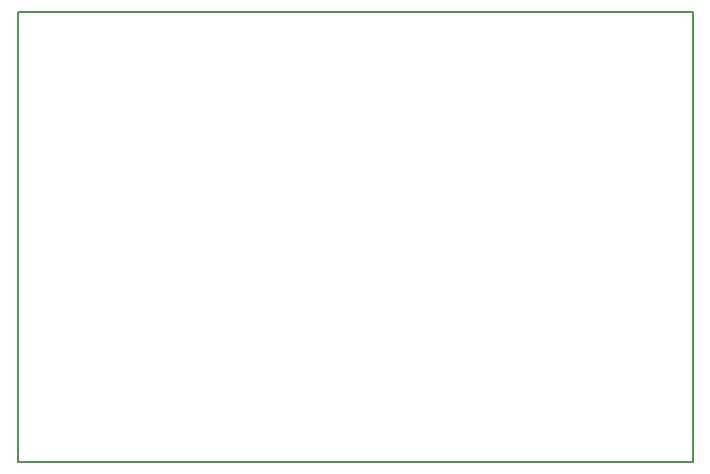
<source format=gbr>
G04 #@! TF.FileFunction,Profile,NP*
%FSLAX46Y46*%
G04 Gerber Fmt 4.6, Leading zero omitted, Abs format (unit mm)*
G04 Created by KiCad (PCBNEW 4.0.6) date 05/22/18 14:15:00*
%MOMM*%
%LPD*%
G01*
G04 APERTURE LIST*
%ADD10C,0.100000*%
%ADD11C,0.150000*%
G04 APERTURE END LIST*
D10*
D11*
X158750000Y-76200000D02*
X101600000Y-76200000D01*
X158750000Y-114300000D02*
X158750000Y-76200000D01*
X101600000Y-114300000D02*
X158750000Y-114300000D01*
X101600000Y-76200000D02*
X101600000Y-114300000D01*
M02*

</source>
